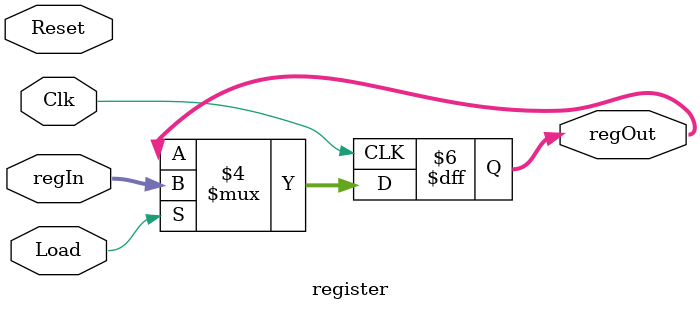
<source format=sv>
module register (input logic[15:0] regIn,
						input logic Clk, Load, Reset,
						output logic[15:0] regOut
						);
						

	always_ff @ (posedge Clk)
	begin
		if(Reset == 0)
			regOut <= 16'h0000;
		if(Load)
			regOut<= regIn;
		else
			regOut <= regOut;
	end
endmodule
</source>
